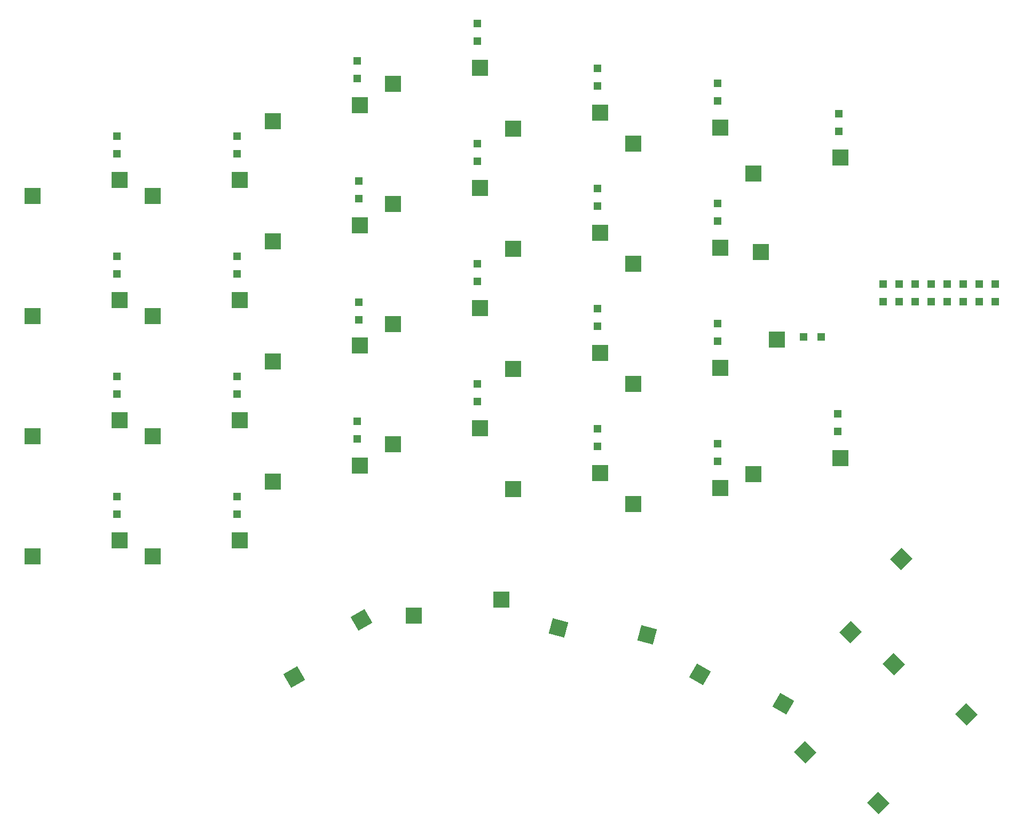
<source format=gbr>
%TF.GenerationSoftware,KiCad,Pcbnew,6.0.4*%
%TF.CreationDate,2022-04-28T08:17:54+02:00*%
%TF.ProjectId,mykeeb,6d796b65-6562-42e6-9b69-6361645f7063,rev?*%
%TF.SameCoordinates,Original*%
%TF.FileFunction,Paste,Bot*%
%TF.FilePolarity,Positive*%
%FSLAX46Y46*%
G04 Gerber Fmt 4.6, Leading zero omitted, Abs format (unit mm)*
G04 Created by KiCad (PCBNEW 6.0.4) date 2022-04-28 08:17:54*
%MOMM*%
%LPD*%
G01*
G04 APERTURE LIST*
G04 Aperture macros list*
%AMRotRect*
0 Rectangle, with rotation*
0 The origin of the aperture is its center*
0 $1 length*
0 $2 width*
0 $3 Rotation angle, in degrees counterclockwise*
0 Add horizontal line*
21,1,$1,$2,0,0,$3*%
G04 Aperture macros list end*
%ADD10R,2.550000X2.500000*%
%ADD11R,1.200000X1.200000*%
%ADD12RotRect,2.550000X2.500000X315.000000*%
%ADD13RotRect,2.550000X2.500000X30.000000*%
%ADD14RotRect,2.550000X2.500000X45.000000*%
%ADD15R,2.500000X2.550000*%
%ADD16RotRect,2.550000X2.500000X345.000000*%
%ADD17RotRect,2.550000X2.500000X330.000000*%
G04 APERTURE END LIST*
D10*
%TO.C,K26*%
X135394375Y-96758125D03*
X149244375Y-94218125D03*
%TD*%
D11*
%TO.C,D33*%
X91678125Y-85253625D03*
X91678125Y-82453625D03*
%TD*%
D10*
%TO.C,K14*%
X97294375Y-61039375D03*
X111144375Y-58499375D03*
%TD*%
%TO.C,K12*%
X59194375Y-59848750D03*
X73044375Y-57308750D03*
%TD*%
D11*
%TO.C,D32*%
X72628125Y-91206750D03*
X72628125Y-88406750D03*
%TD*%
D10*
%TO.C,K22*%
X59194375Y-78898750D03*
X73044375Y-76358750D03*
%TD*%
D12*
%TO.C,K45*%
X157652795Y-126910523D03*
X169242275Y-134907900D03*
%TD*%
%TO.C,K44*%
X143652795Y-140910523D03*
X155242275Y-148907900D03*
%TD*%
D11*
%TO.C,D10*%
X34528125Y-65013000D03*
X34528125Y-62213000D03*
%TD*%
%TO.C,D2*%
X72628125Y-34056750D03*
X72628125Y-31256750D03*
%TD*%
D10*
%TO.C,K30*%
X21094375Y-109855000D03*
X34944375Y-107315000D03*
%TD*%
D11*
%TO.C,D14*%
X110728125Y-54297375D03*
X110728125Y-51497375D03*
%TD*%
%TO.C,D5*%
X129778125Y-37628625D03*
X129778125Y-34828625D03*
%TD*%
%TO.C,D15*%
X129778125Y-56678625D03*
X129778125Y-53878625D03*
%TD*%
%TO.C,D11*%
X53578125Y-65013000D03*
X53578125Y-62213000D03*
%TD*%
D10*
%TO.C,K31*%
X40144375Y-109855000D03*
X53994375Y-107315000D03*
%TD*%
D13*
%TO.C,K40*%
X62577075Y-128988159D03*
X73301527Y-119863455D03*
%TD*%
D14*
%TO.C,K46*%
X150837000Y-121805926D03*
X158834377Y-110216446D03*
%TD*%
D11*
%TO.C,D16*%
X143346375Y-75009375D03*
X146146375Y-75009375D03*
%TD*%
D10*
%TO.C,K20*%
X21094375Y-90805000D03*
X34944375Y-88265000D03*
%TD*%
D11*
%TO.C,D30*%
X34528125Y-103113000D03*
X34528125Y-100313000D03*
%TD*%
%TO.C,D25*%
X129778125Y-75728625D03*
X129778125Y-72928625D03*
%TD*%
%TO.C,D0*%
X34528125Y-45963000D03*
X34528125Y-43163000D03*
%TD*%
%TO.C,D4*%
X110728125Y-35247375D03*
X110728125Y-32447375D03*
%TD*%
D10*
%TO.C,K11*%
X40144375Y-71755000D03*
X53994375Y-69215000D03*
%TD*%
%TO.C,K4*%
X97294375Y-41989375D03*
X111144375Y-39449375D03*
%TD*%
D11*
%TO.C,D31*%
X53578125Y-103113000D03*
X53578125Y-100313000D03*
%TD*%
D10*
%TO.C,K10*%
X21094375Y-71755000D03*
X34944375Y-69215000D03*
%TD*%
D11*
%TO.C,D3*%
X91678125Y-28103625D03*
X91678125Y-25303625D03*
%TD*%
%TO.C,D13*%
X91678125Y-47153625D03*
X91678125Y-44353625D03*
%TD*%
%TO.C,D20*%
X34528125Y-84063000D03*
X34528125Y-81263000D03*
%TD*%
D10*
%TO.C,K3*%
X78244375Y-34845625D03*
X92094375Y-32305625D03*
%TD*%
D11*
%TO.C,D23*%
X91678125Y-66203625D03*
X91678125Y-63403625D03*
%TD*%
D15*
%TO.C,K16*%
X136604375Y-61575625D03*
X139144375Y-75425625D03*
%TD*%
D10*
%TO.C,K35*%
X116344375Y-101520625D03*
X130194375Y-98980625D03*
%TD*%
%TO.C,K2*%
X59194375Y-40798750D03*
X73044375Y-38258750D03*
%TD*%
%TO.C,K32*%
X59194375Y-97948750D03*
X73044375Y-95408750D03*
%TD*%
%TO.C,K5*%
X116344375Y-44370625D03*
X130194375Y-41830625D03*
%TD*%
%TO.C,K6*%
X135394375Y-49133125D03*
X149244375Y-46593125D03*
%TD*%
%TO.C,K13*%
X78244375Y-53895625D03*
X92094375Y-51355625D03*
%TD*%
%TO.C,K41*%
X81578125Y-119221250D03*
X95428125Y-116681250D03*
%TD*%
%TO.C,K1*%
X40144375Y-52705000D03*
X53994375Y-50165000D03*
%TD*%
D16*
%TO.C,K42*%
X104528276Y-121150806D03*
X118563749Y-122281999D03*
%TD*%
D11*
%TO.C,D21*%
X53578125Y-84063000D03*
X53578125Y-81263000D03*
%TD*%
D10*
%TO.C,K25*%
X116344375Y-82470625D03*
X130194375Y-79930625D03*
%TD*%
D11*
%TO.C,D1*%
X53578125Y-45963000D03*
X53578125Y-43163000D03*
%TD*%
D10*
%TO.C,K33*%
X78244375Y-91995625D03*
X92094375Y-89455625D03*
%TD*%
D11*
%TO.C,D24*%
X110728125Y-73347375D03*
X110728125Y-70547375D03*
%TD*%
%TO.C,D26*%
X148828125Y-90016125D03*
X148828125Y-87216125D03*
%TD*%
D17*
%TO.C,K43*%
X126916416Y-128492534D03*
X140180868Y-133217830D03*
%TD*%
D11*
%TO.C,D35*%
X129778125Y-94778625D03*
X129778125Y-91978625D03*
%TD*%
D10*
%TO.C,K21*%
X40144375Y-90805000D03*
X53994375Y-88265000D03*
%TD*%
D11*
%TO.C,D12*%
X72882125Y-53106750D03*
X72882125Y-50306750D03*
%TD*%
D10*
%TO.C,K0*%
X21094375Y-52705000D03*
X34944375Y-50165000D03*
%TD*%
%TO.C,K34*%
X97294375Y-99139375D03*
X111144375Y-96599375D03*
%TD*%
D11*
%TO.C,D34*%
X110728125Y-92397375D03*
X110728125Y-89597375D03*
%TD*%
%TO.C,D22*%
X72882125Y-72331375D03*
X72882125Y-69531375D03*
%TD*%
D10*
%TO.C,K24*%
X97294375Y-80089375D03*
X111144375Y-77549375D03*
%TD*%
%TO.C,K23*%
X78244375Y-72945625D03*
X92094375Y-70405625D03*
%TD*%
D11*
%TO.C,D6*%
X149002750Y-42391125D03*
X149002750Y-39591125D03*
%TD*%
D10*
%TO.C,K15*%
X116344375Y-63420625D03*
X130194375Y-60880625D03*
%TD*%
D11*
%TO.C,D36*%
X155956000Y-69472000D03*
X155956000Y-66672000D03*
%TD*%
%TO.C,D45*%
X171196000Y-69472000D03*
X171196000Y-66672000D03*
%TD*%
%TO.C,D41*%
X161036000Y-69472000D03*
X161036000Y-66672000D03*
%TD*%
%TO.C,D42*%
X163576000Y-69472000D03*
X163576000Y-66672000D03*
%TD*%
%TO.C,D43*%
X166116000Y-69472000D03*
X166116000Y-66672000D03*
%TD*%
%TO.C,D44*%
X168656000Y-69472000D03*
X168656000Y-66672000D03*
%TD*%
%TO.C,D40*%
X158496000Y-69472000D03*
X158496000Y-66672000D03*
%TD*%
%TO.C,D46*%
X173736000Y-69472000D03*
X173736000Y-66672000D03*
%TD*%
M02*

</source>
